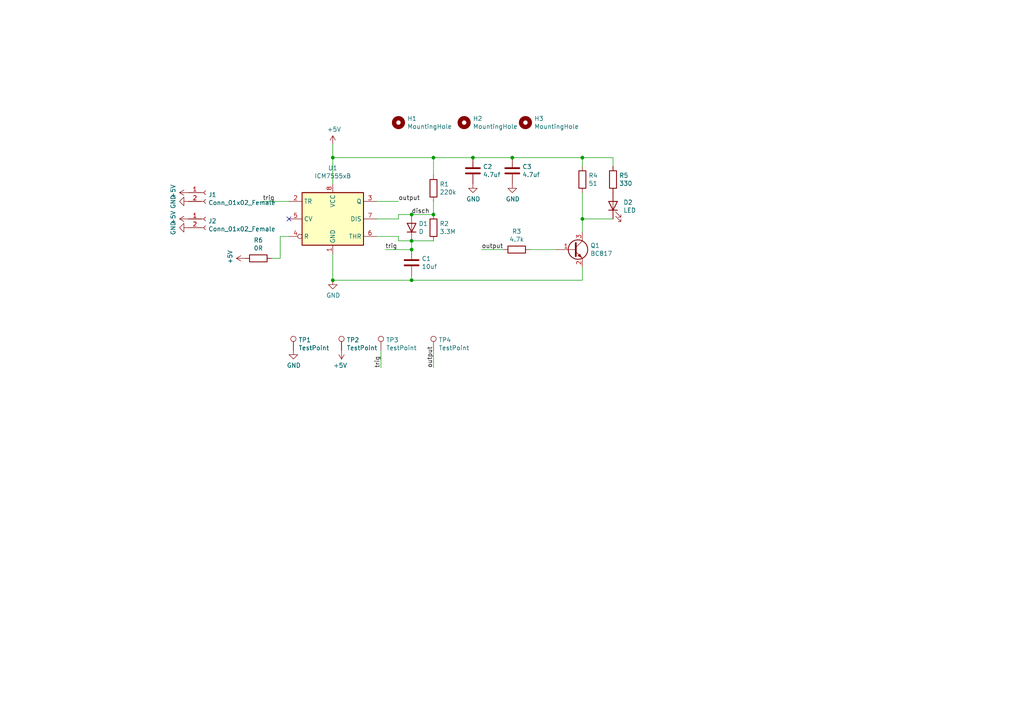
<source format=kicad_sch>
(kicad_sch (version 20211123) (generator eeschema)
  (paper "A4")
  (lib_symbols
    (symbol "Connector:Conn_01x02_Female" (pin_names (offset 1.016) hide)
      (property "Reference" "J" (at 0 2.54 0))
      (property "Value" "Conn_01x02_Female" (at 0 -5.08 0))
      (symbol "Conn_01x02_Female_1_1"
        (arc (start 0 -2.032) (mid -0.508 -2.54) (end 0 -3.048) (stroke (width 0.1524)))
        (polyline (pts (xy -1.27 -2.54) (xy -0.508 -2.54)) (stroke (width 0.1524)))
        (polyline (pts (xy -1.27 0) (xy -0.508 0)) (stroke (width 0.1524)))
        (arc (start 0 0.508) (mid -0.508 0) (end 0 -0.508) (stroke (width 0.1524)))
        (pin passive line (at -5.08 0 0) (length 3.81) (name "Pin_1") (number "1"))
        (pin passive line (at -5.08 -2.54 0) (length 3.81) (name "Pin_2") (number "2"))
      )
    )
    (symbol "Connector:TestPoint" (pin_numbers hide) (pin_names (offset 0.762) hide)
      (property "Reference" "TP" (at 0 6.858 0))
      (property "Value" "TestPoint" (at 0 5.08 0))
      (symbol "TestPoint_0_1"
        (circle (center 0 3.302) (radius 0.762))
      )
      (symbol "TestPoint_1_1"
        (pin passive line (at 0 0 90) (length 2.54) (name "1") (number "1"))
      )
    )
    (symbol "Device:C" (pin_numbers hide) (pin_names (offset 0.254))
      (property "Reference" "C" (at 0.635 2.54 0))
      (property "Value" "C" (at 0.635 -2.54 0))
      (symbol "C_0_1"
        (polyline (pts (xy -2.032 -0.762) (xy 2.032 -0.762)) (stroke (width 0.508)))
        (polyline (pts (xy -2.032 0.762) (xy 2.032 0.762)) (stroke (width 0.508)))
      )
      (symbol "C_1_1"
        (pin passive line (at 0 3.81 270) (length 2.794) (name "~") (number "1"))
        (pin passive line (at 0 -3.81 90) (length 2.794) (name "~") (number "2"))
      )
    )
    (symbol "Device:D" (pin_numbers hide) (pin_names (offset 1.016) hide)
      (property "Reference" "D" (at 0 2.54 0))
      (property "Value" "D" (at 0 -2.54 0))
      (symbol "D_0_1"
        (polyline (pts (xy -1.27 1.27) (xy -1.27 -1.27)) (stroke (width 0.254)))
        (polyline (pts (xy 1.27 0) (xy -1.27 0)))
        (polyline (pts (xy 1.27 1.27) (xy 1.27 -1.27) (xy -1.27 0) (xy 1.27 1.27)) (stroke (width 0.254)))
      )
      (symbol "D_1_1"
        (pin passive line (at -3.81 0 0) (length 2.54) (name "K") (number "1"))
        (pin passive line (at 3.81 0 180) (length 2.54) (name "A") (number "2"))
      )
    )
    (symbol "Device:LED" (pin_numbers hide) (pin_names (offset 1.016) hide)
      (property "Reference" "D" (at 0 2.54 0))
      (property "Value" "LED" (at 0 -2.54 0))
      (symbol "LED_0_1"
        (polyline (pts (xy -1.27 -1.27) (xy -1.27 1.27)) (stroke (width 0.254)))
        (polyline (pts (xy -1.27 0) (xy 1.27 0)))
        (polyline (pts (xy 1.27 -1.27) (xy 1.27 1.27) (xy -1.27 0) (xy 1.27 -1.27)) (stroke (width 0.254)))
        (polyline (pts (xy -3.048 -0.762) (xy -4.572 -2.286) (xy -3.81 -2.286) (xy -4.572 -2.286) (xy -4.572 -1.524)))
        (polyline (pts (xy -1.778 -0.762) (xy -3.302 -2.286) (xy -2.54 -2.286) (xy -3.302 -2.286) (xy -3.302 -1.524)))
      )
      (symbol "LED_1_1"
        (pin passive line (at -3.81 0 0) (length 2.54) (name "K") (number "1"))
        (pin passive line (at 3.81 0 180) (length 2.54) (name "A") (number "2"))
      )
    )
    (symbol "Device:R" (pin_numbers hide) (pin_names (offset 0))
      (property "Reference" "R" (at 2.032 0 90))
      (property "Value" "R" (at 0 0 90))
      (symbol "R_0_1"
        (rectangle (start -1.016 -2.54) (end 1.016 2.54) (stroke (width 0.254)))
      )
      (symbol "R_1_1"
        (pin passive line (at 0 3.81 270) (length 1.27) (name "~") (number "1"))
        (pin passive line (at 0 -3.81 90) (length 1.27) (name "~") (number "2"))
      )
    )
    (symbol "Mechanical:MountingHole" (pin_names (offset 1.016))
      (property "Reference" "H" (at 0 5.08 0))
      (property "Value" "MountingHole" (at 0 3.175 0))
      (symbol "MountingHole_0_1"
        (circle (center 0 0) (radius 1.27) (stroke (width 1.27)))
      )
    )
    (symbol "Timer:ICM7555xB"
      (property "Reference" "U" (at -10.16 8.89 0))
      (property "Value" "ICM7555xB" (at 2.54 8.89 0))
      (symbol "ICM7555xB_0_0"
        (pin power_in line (at 0 -10.16 90) (length 2.54) (name "GND") (number "1"))
        (pin power_in line (at 0 10.16 270) (length 2.54) (name "VCC") (number "8"))
      )
      (symbol "ICM7555xB_0_1"
        (rectangle (start -8.89 -7.62) (end 8.89 7.62) (stroke (width 0.254)) (fill (type background)))
        (rectangle (start -8.89 -7.62) (end 8.89 7.62) (stroke (width 0.254)) (fill (type background)))
      )
      (symbol "ICM7555xB_1_1"
        (pin input line (at -12.7 5.08 0) (length 3.81) (name "TR") (number "2"))
        (pin output line (at 12.7 5.08 180) (length 3.81) (name "Q") (number "3"))
        (pin input inverted (at -12.7 -5.08 0) (length 3.81) (name "R") (number "4"))
        (pin input line (at -12.7 0 0) (length 3.81) (name "CV") (number "5"))
        (pin input line (at 12.7 -5.08 180) (length 3.81) (name "THR") (number "6"))
        (pin input line (at 12.7 0 180) (length 3.81) (name "DIS") (number "7"))
      )
    )
    (symbol "Transistor_BJT:BC817" (pin_names (offset 0) hide)
      (property "Reference" "Q" (at 5.08 1.905 0))
      (property "Value" "BC817" (at 5.08 0 0))
      (symbol "BC817_0_1"
        (polyline (pts (xy 0.635 0.635) (xy 2.54 2.54)))
        (polyline (pts (xy 0.635 -0.635) (xy 2.54 -2.54) (xy 2.54 -2.54)))
        (polyline (pts (xy 0.635 1.905) (xy 0.635 -1.905) (xy 0.635 -1.905)) (stroke (width 0.508)))
        (polyline (pts (xy 1.27 -1.778) (xy 1.778 -1.27) (xy 2.286 -2.286) (xy 1.27 -1.778) (xy 1.27 -1.778)) (fill (type outline)))
        (circle (center 1.27 0) (radius 2.8194) (stroke (width 0.254)))
      )
      (symbol "BC817_1_1"
        (pin input line (at -5.08 0 0) (length 5.715) (name "B") (number "1"))
        (pin passive line (at 2.54 -5.08 90) (length 2.54) (name "E") (number "2"))
        (pin passive line (at 2.54 5.08 270) (length 2.54) (name "C") (number "3"))
      )
    )
    (symbol "power:+5V" (power) (pin_names (offset 0))
      (property "Value" "+5V" (at 0 3.556 0))
      (symbol "+5V_0_1"
        (polyline (pts (xy -0.762 1.27) (xy 0 2.54)))
        (polyline (pts (xy 0 0) (xy 0 2.54)))
        (polyline (pts (xy 0 2.54) (xy 0.762 1.27)))
      )
      (symbol "+5V_1_1"
        (pin power_in line (at 0 0 90) (length 0) hide (name "+5V") (number "1"))
      )
    )
    (symbol "power:GND" (power) (pin_names (offset 0))
      (property "Value" "GND" (at 0 -3.81 0))
      (symbol "GND_0_1"
        (polyline (pts (xy 0 0) (xy 0 -1.27) (xy 1.27 -1.27) (xy 0 -2.54) (xy -1.27 -1.27) (xy 0 -1.27)))
      )
      (symbol "GND_1_1"
        (pin power_in line (at 0 0 270) (length 0) hide (name "GND") (number "1"))
      )
    )
  )
  (junction (at 119.38 72.39))
  (junction (at 148.59 45.72))
  (junction (at 119.38 81.28))
  (junction (at 168.91 63.5))
  (junction (at 96.52 81.28))
  (junction (at 125.73 45.72))
  (junction (at 137.16 45.72))
  (junction (at 119.38 62.23))
  (junction (at 119.38 69.85))
  (junction (at 125.73 62.23))
  (junction (at 96.52 45.72))
  (junction (at 168.91 45.72))
  (no_connect (at 83.82 63.5))
  (wire (pts (xy 110.49 101.6) (xy 110.49 106.68)))
  (wire (pts (xy 115.57 63.5) (xy 115.57 62.23)))
  (wire (pts (xy 137.16 45.72) (xy 148.59 45.72)))
  (wire (pts (xy 119.38 62.23) (xy 125.73 62.23)))
  (wire (pts (xy 148.59 45.72) (xy 168.91 45.72)))
  (wire (pts (xy 168.91 45.72) (xy 168.91 48.26)))
  (wire (pts (xy 125.73 50.8) (xy 125.73 45.72)))
  (wire (pts (xy 153.67 72.39) (xy 161.29 72.39)))
  (wire (pts (xy 168.91 81.28) (xy 168.91 77.47)))
  (wire (pts (xy 109.22 58.42) (xy 115.57 58.42)))
  (wire (pts (xy 125.73 101.6) (xy 125.73 106.68)))
  (wire (pts (xy 115.57 68.58) (xy 115.57 69.85)))
  (wire (pts (xy 96.52 81.28) (xy 119.38 81.28)))
  (wire (pts (xy 168.91 81.28) (xy 119.38 81.28)))
  (wire (pts (xy 96.52 45.72) (xy 125.73 45.72)))
  (wire (pts (xy 125.73 58.42) (xy 125.73 62.23)))
  (wire (pts (xy 83.82 58.42) (xy 76.2 58.42)))
  (wire (pts (xy 119.38 72.39) (xy 119.38 69.85)))
  (wire (pts (xy 81.28 68.58) (xy 81.28 74.93)))
  (wire (pts (xy 96.52 45.72) (xy 96.52 41.91)))
  (wire (pts (xy 119.38 81.28) (xy 119.38 80.01)))
  (wire (pts (xy 119.38 72.39) (xy 111.76 72.39)))
  (wire (pts (xy 115.57 62.23) (xy 119.38 62.23)))
  (wire (pts (xy 168.91 55.88) (xy 168.91 63.5)))
  (wire (pts (xy 96.52 73.66) (xy 96.52 81.28)))
  (wire (pts (xy 119.38 69.85) (xy 125.73 69.85)))
  (wire (pts (xy 139.7 72.39) (xy 146.05 72.39)))
  (wire (pts (xy 109.22 68.58) (xy 115.57 68.58)))
  (wire (pts (xy 125.73 45.72) (xy 137.16 45.72)))
  (wire (pts (xy 177.8 45.72) (xy 177.8 48.26)))
  (wire (pts (xy 168.91 63.5) (xy 168.91 67.31)))
  (wire (pts (xy 96.52 53.34) (xy 96.52 45.72)))
  (wire (pts (xy 81.28 74.93) (xy 78.74 74.93)))
  (wire (pts (xy 83.82 68.58) (xy 81.28 68.58)))
  (wire (pts (xy 115.57 69.85) (xy 119.38 69.85)))
  (wire (pts (xy 177.8 63.5) (xy 168.91 63.5)))
  (wire (pts (xy 109.22 63.5) (xy 115.57 63.5)))
  (wire (pts (xy 168.91 45.72) (xy 177.8 45.72)))
  (label "output" (at 115.57 58.42 0))
  (label "output" (at 139.7 72.39 0))
  (label "output" (at 125.73 106.68 90))
  (label "trig" (at 110.49 106.68 90))
  (label "disch" (at 119.38 62.23 0))
  (label "trig" (at 76.2 58.42 0))
  (label "trig" (at 111.76 72.39 0))
  (symbol (lib_id "Timer:ICM7555xB") (at 96.52 63.5 0) (unit 1)
    (property "Reference" "U1" (at 96.52 48.7426 0))
    (property "Value" "ICM7555xB" (at 96.52 51.054 0))
    (property "Footprint" "Package_SO:SOIC-8_3.9x4.9mm_P1.27mm" (effects hide))
    (property "Datasheet" "http://www.intersil.com/content/dam/Intersil/documents/icm7/icm7555-56.pdf" (effects hide))
  )
  (symbol (lib_id "power:GND") (at 96.52 81.28 0) (unit 1)
    (property "Reference" "#PWR03" (effects hide))
    (property "Value" "GND" (at 96.647 85.6742 0))
  )
  (symbol (lib_id "power:+5V") (at 96.52 41.91 0) (unit 1)
    (property "Reference" "#PWR02" (effects hide))
    (property "Value" "+5V" (at 96.901 37.5158 0))
  )
  (symbol (lib_id "Device:R") (at 125.73 66.04 0) (unit 1)
    (property "Reference" "R2" (at 127.508 64.8716 0) (effects (justify left)))
    (property "Value" "3.3M" (at 127.508 67.183 0) (effects (justify left)))
    (property "Footprint" "Resistor_SMD:R_1206_3216Metric_Pad1.30x1.75mm_HandSolder" (effects hide))
  )
  (symbol (lib_id "Device:R") (at 125.73 54.61 0) (unit 1)
    (property "Reference" "R1" (at 127.508 53.4416 0) (effects (justify left)))
    (property "Value" "220k" (at 127.508 55.753 0) (effects (justify left)))
    (property "Footprint" "Resistor_SMD:R_1206_3216Metric_Pad1.30x1.75mm_HandSolder" (effects hide))
  )
  (symbol (lib_id "Device:D") (at 119.38 66.04 90) (unit 1)
    (property "Reference" "D1" (at 121.412 64.8716 90) (effects (justify right)))
    (property "Value" "D" (at 121.412 67.183 90) (effects (justify right)))
    (property "Footprint" "Diode_SMD:D_1206_3216Metric" (effects hide))
  )
  (symbol (lib_id "Device:C") (at 119.38 76.2 0) (unit 1)
    (property "Reference" "C1" (at 122.301 75.0316 0) (effects (justify left)))
    (property "Value" "10uf" (at 122.301 77.343 0) (effects (justify left)))
    (property "Footprint" "Capacitor_SMD:C_1206_3216Metric" (effects hide))
  )
  (symbol (lib_id "Connector:Conn_01x02_Female") (at 59.69 55.88 0) (unit 1)
    (property "Reference" "J1" (at 60.4012 56.4896 0) (effects (justify left)))
    (property "Value" "Conn_01x02_Female" (at 60.4012 58.801 0) (effects (justify left)))
    (property "Footprint" "Connector_PinHeader_2.54mm:PinHeader_1x02_P2.54mm_Vertical" (effects hide))
  )
  (symbol (lib_id "Connector:Conn_01x02_Female") (at 59.69 63.5 0) (unit 1)
    (property "Reference" "J2" (at 60.4012 64.1096 0) (effects (justify left)))
    (property "Value" "Conn_01x02_Female" (at 60.4012 66.421 0) (effects (justify left)))
    (property "Footprint" "Connector_PinHeader_2.54mm:PinHeader_1x02_P2.54mm_Vertical" (effects hide))
  )
  (symbol (lib_id "Device:R") (at 149.86 72.39 270) (unit 1)
    (property "Reference" "R3" (at 149.86 67.1322 90))
    (property "Value" "4.7k" (at 149.86 69.4436 90))
    (property "Footprint" "Resistor_SMD:R_1206_3216Metric_Pad1.30x1.75mm_HandSolder" (effects hide))
  )
  (symbol (lib_id "power:+5V") (at 54.61 55.88 90) (unit 1)
    (property "Reference" "#PWR0101" (effects hide))
    (property "Value" "+5V" (at 50.2158 55.499 0))
  )
  (symbol (lib_id "Transistor_BJT:BC817") (at 166.37 72.39 0) (unit 1)
    (property "Reference" "Q1" (at 171.2214 71.2216 0) (effects (justify left)))
    (property "Value" "BC817" (at 171.2214 73.533 0) (effects (justify left)))
    (property "Footprint" "Package_TO_SOT_SMD:SOT-23" (effects hide))
    (property "Datasheet" "https://www.onsemi.com/pub/Collateral/BC818-D.pdf" (effects hide))
  )
  (symbol (lib_id "power:+5V") (at 54.61 63.5 90) (unit 1)
    (property "Reference" "#PWR0102" (effects hide))
    (property "Value" "+5V" (at 50.2158 63.119 0))
  )
  (symbol (lib_id "Device:R") (at 168.91 52.07 180) (unit 1)
    (property "Reference" "R4" (at 170.688 50.9016 0) (effects (justify right)))
    (property "Value" "51" (at 170.688 53.213 0) (effects (justify right)))
    (property "Footprint" "Resistor_SMD:R_2512_6332Metric_Pad1.40x3.35mm_HandSolder" (effects hide))
  )
  (symbol (lib_id "power:GND") (at 54.61 66.04 270) (unit 1)
    (property "Reference" "#PWR0103" (effects hide))
    (property "Value" "GND" (at 50.2158 66.167 0))
  )
  (symbol (lib_id "power:GND") (at 54.61 58.42 270) (unit 1)
    (property "Reference" "#PWR0104" (effects hide))
    (property "Value" "GND" (at 50.2158 58.547 0))
  )
  (symbol (lib_id "Mechanical:MountingHole") (at 115.57 35.56 0) (unit 1)
    (property "Reference" "H1" (at 118.11 34.3916 0) (effects (justify left)))
    (property "Value" "MountingHole" (at 118.11 36.703 0) (effects (justify left)))
    (property "Footprint" "MountingHole:MountingHole_2.2mm_M2_ISO7380_Pad_TopBottom" (effects hide))
  )
  (symbol (lib_id "Device:R") (at 177.8 52.07 0) (unit 1)
    (property "Reference" "R5" (at 179.578 50.9016 0) (effects (justify left)))
    (property "Value" "330" (at 179.578 53.213 0) (effects (justify left)))
    (property "Footprint" "Resistor_SMD:R_1206_3216Metric_Pad1.30x1.75mm_HandSolder" (effects hide))
  )
  (symbol (lib_id "Device:LED") (at 177.8 59.69 90) (unit 1)
    (property "Reference" "D2" (at 180.7972 58.6994 90) (effects (justify right)))
    (property "Value" "LED" (at 180.7972 61.0108 90) (effects (justify right)))
    (property "Footprint" "LED_SMD:LED_1206_3216Metric_Pad1.42x1.75mm_HandSolder" (effects hide))
  )
  (symbol (lib_id "Mechanical:MountingHole") (at 134.62 35.56 0) (unit 1)
    (property "Reference" "H2" (at 137.16 34.3916 0) (effects (justify left)))
    (property "Value" "MountingHole" (at 137.16 36.703 0) (effects (justify left)))
    (property "Footprint" "MountingHole:MountingHole_2.2mm_M2_ISO7380_Pad_TopBottom" (effects hide))
  )
  (symbol (lib_id "Mechanical:MountingHole") (at 152.4 35.56 0) (unit 1)
    (property "Reference" "H3" (at 154.94 34.3916 0) (effects (justify left)))
    (property "Value" "MountingHole" (at 154.94 36.703 0) (effects (justify left)))
    (property "Footprint" "MountingHole:MountingHole_2.2mm_M2_ISO7380_Pad_TopBottom" (effects hide))
  )
  (symbol (lib_id "Device:C") (at 137.16 49.53 0) (unit 1)
    (property "Reference" "C2" (at 140.081 48.3616 0) (effects (justify left)))
    (property "Value" "4.7uf" (at 140.081 50.673 0) (effects (justify left)))
    (property "Footprint" "Capacitor_SMD:C_1206_3216Metric_Pad1.33x1.80mm_HandSolder" (effects hide))
  )
  (symbol (lib_id "power:GND") (at 137.16 53.34 0) (unit 1)
    (property "Reference" "#PWR04" (effects hide))
    (property "Value" "GND" (at 137.287 57.7342 0))
  )
  (symbol (lib_id "Device:C") (at 148.59 49.53 0) (unit 1)
    (property "Reference" "C3" (at 151.511 48.3616 0) (effects (justify left)))
    (property "Value" "4.7uf" (at 151.511 50.673 0) (effects (justify left)))
    (property "Footprint" "Capacitor_SMD:C_1206_3216Metric_Pad1.33x1.80mm_HandSolder" (effects hide))
  )
  (symbol (lib_id "power:GND") (at 148.59 53.34 0) (unit 1)
    (property "Reference" "#PWR0105" (effects hide))
    (property "Value" "GND" (at 148.717 57.7342 0))
  )
  (symbol (lib_id "Connector:TestPoint") (at 110.49 101.6 0) (unit 1)
    (property "Reference" "TP3" (at 111.9632 98.6028 0) (effects (justify left)))
    (property "Value" "TestPoint" (at 111.9632 100.9142 0) (effects (justify left)))
    (property "Footprint" "Connector_PinHeader_2.54mm:PinHeader_1x01_P2.54mm_Vertical" (effects hide))
  )
  (symbol (lib_id "Connector:TestPoint") (at 125.73 101.6 0) (unit 1)
    (property "Reference" "TP4" (at 127.2032 98.6028 0) (effects (justify left)))
    (property "Value" "TestPoint" (at 127.2032 100.9142 0) (effects (justify left)))
    (property "Footprint" "Connector_PinHeader_2.54mm:PinHeader_1x01_P2.54mm_Vertical" (effects hide))
  )
  (symbol (lib_id "Connector:TestPoint") (at 99.06 101.6 0) (unit 1)
    (property "Reference" "TP2" (at 100.5332 98.6028 0) (effects (justify left)))
    (property "Value" "TestPoint" (at 100.5332 100.9142 0) (effects (justify left)))
    (property "Footprint" "Connector_PinHeader_2.54mm:PinHeader_1x01_P2.54mm_Vertical" (effects hide))
  )
  (symbol (lib_id "Connector:TestPoint") (at 85.09 101.6 0) (unit 1)
    (property "Reference" "TP1" (at 86.5632 98.6028 0) (effects (justify left)))
    (property "Value" "TestPoint" (at 86.5632 100.9142 0) (effects (justify left)))
    (property "Footprint" "Connector_PinHeader_2.54mm:PinHeader_1x01_P2.54mm_Vertical" (effects hide))
  )
  (symbol (lib_id "power:GND") (at 85.09 101.6 0) (unit 1)
    (property "Reference" "#PWR05" (effects hide))
    (property "Value" "GND" (at 85.217 105.9942 0))
  )
  (symbol (lib_id "power:+5V") (at 99.06 101.6 180) (unit 1)
    (property "Reference" "#PWR06" (effects hide))
    (property "Value" "+5V" (at 98.679 105.9942 0))
  )
  (symbol (lib_id "Device:R") (at 74.93 74.93 270) (unit 1)
    (property "Reference" "R6" (at 74.93 69.6722 90))
    (property "Value" "0R" (at 74.93 71.9836 90))
    (property "Footprint" "Resistor_SMD:R_1206_3216Metric_Pad1.30x1.75mm_HandSolder" (effects hide))
  )
  (symbol (lib_id "power:+5V") (at 71.12 74.93 90) (unit 1)
    (property "Reference" "#PWR01" (effects hide))
    (property "Value" "+5V" (at 66.7258 74.549 0))
  )
)
</source>
